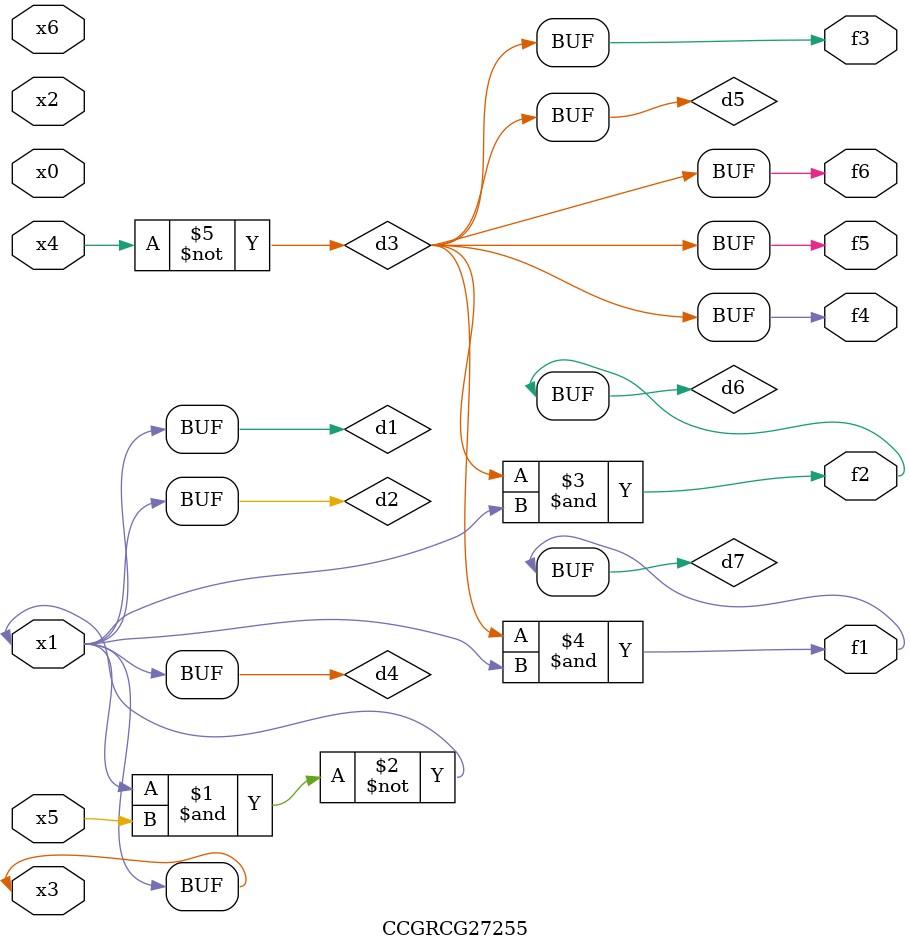
<source format=v>
module CCGRCG27255(
	input x0, x1, x2, x3, x4, x5, x6,
	output f1, f2, f3, f4, f5, f6
);

	wire d1, d2, d3, d4, d5, d6, d7;

	buf (d1, x1, x3);
	nand (d2, x1, x5);
	not (d3, x4);
	buf (d4, d1, d2);
	buf (d5, d3);
	and (d6, d3, d4);
	and (d7, d3, d4);
	assign f1 = d7;
	assign f2 = d6;
	assign f3 = d5;
	assign f4 = d5;
	assign f5 = d5;
	assign f6 = d5;
endmodule

</source>
